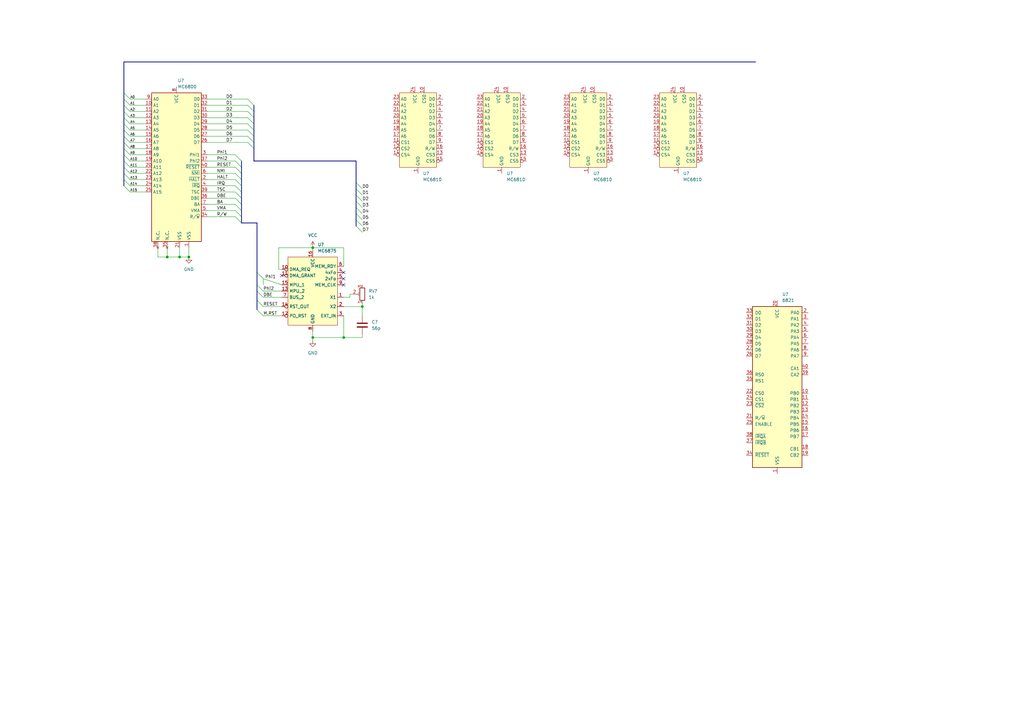
<source format=kicad_sch>
(kicad_sch (version 20211123) (generator eeschema)
  (paper "A3")
  (title_block (title "MEK6800D2 Kit") (date "2022-10-19") (rev "0.1") (company "CrazyElectron"))
  (lib_symbols
    (symbol "Device:C" (pin_numbers hide) (pin_names (offset 0.254))
      (property "Reference" "C" (at 0.635 2.54 0))
      (property "Value" "C" (at 0.635 -2.54 0))
      (symbol "C_0_1"
        (polyline (pts (xy -2.032 -0.762) (xy 2.032 -0.762)) (stroke (width 0.508)))
        (polyline (pts (xy -2.032 0.762) (xy 2.032 0.762)) (stroke (width 0.508)))
      )
      (symbol "C_1_1"
        (pin passive line (at 0 3.81 270) (length 2.794) (name "~") (number "1"))
        (pin passive line (at 0 -3.81 90) (length 2.794) (name "~") (number "2"))
      )
    )
    (symbol "Device:R_Potentiometer_Trim" (pin_names (offset 1.016) hide)
      (property "Reference" "RV" (at -4.445 0 90))
      (property "Value" "R_Potentiometer_Trim" (at -2.54 0 90))
      (symbol "R_Potentiometer_Trim_0_1"
        (polyline (pts (xy 1.524 0.762) (xy 1.524 -0.762)))
        (polyline (pts (xy 2.54 0) (xy 1.524 0)))
        (rectangle (start 1.016 2.54) (end -1.016 -2.54) (stroke (width 0.254)))
      )
      (symbol "R_Potentiometer_Trim_1_1"
        (pin passive line (at 0 3.81 270) (length 1.27) (name "1") (number "1"))
        (pin passive line (at 3.81 0 180) (length 1.27) (name "2") (number "2"))
        (pin passive line (at 0 -3.81 90) (length 1.27) (name "3") (number "3"))
      )
    )
    (symbol "Interface:6821" (pin_names (offset 1.016))
      (property "Reference" "U" (at -7.62 34.29 0))
      (property "Value" "6821" (at 10.16 34.29 0))
      (symbol "6821_0_1"
        (rectangle (start -10.16 -33.02) (end 10.16 33.02) (stroke (width 0.254)) (fill (type background)))
      )
      (symbol "6821_1_1"
        (pin power_in line (at 0 -35.56 90) (length 2.54) (name "VSS") (number "1"))
        (pin bidirectional line (at 12.7 -2.54 180) (length 2.54) (name "PB0") (number "10"))
        (pin bidirectional line (at 12.7 -5.08 180) (length 2.54) (name "PB1") (number "11"))
        (pin bidirectional line (at 12.7 -7.62 180) (length 2.54) (name "PB2") (number "12"))
        (pin bidirectional line (at 12.7 -10.16 180) (length 2.54) (name "PB3") (number "13"))
        (pin bidirectional line (at 12.7 -12.7 180) (length 2.54) (name "PB4") (number "14"))
        (pin bidirectional line (at 12.7 -15.24 180) (length 2.54) (name "PB5") (number "15"))
        (pin bidirectional line (at 12.7 -17.78 180) (length 2.54) (name "PB6") (number "16"))
        (pin bidirectional line (at 12.7 -20.32 180) (length 2.54) (name "PB7") (number "17"))
        (pin input line (at 12.7 -25.4 180) (length 2.54) (name "CB1") (number "18"))
        (pin bidirectional line (at 12.7 -27.94 180) (length 2.54) (name "CB2") (number "19"))
        (pin bidirectional line (at 12.7 30.48 180) (length 2.54) (name "PA0") (number "2"))
        (pin power_in line (at 0 35.56 270) (length 2.54) (name "VCC") (number "20"))
        (pin input line (at -12.7 -12.7 0) (length 2.54) (name "R/~{W}") (number "21"))
        (pin input line (at -12.7 -2.54 0) (length 2.54) (name "CS0") (number "22"))
        (pin input line (at -12.7 -7.62 0) (length 2.54) (name "~{CS2}") (number "23"))
        (pin input line (at -12.7 -5.08 0) (length 2.54) (name "CS1") (number "24"))
        (pin input line (at -12.7 -15.24 0) (length 2.54) (name "ENABLE") (number "25"))
        (pin bidirectional line (at -12.7 12.7 0) (length 2.54) (name "D7") (number "26"))
        (pin bidirectional line (at -12.7 15.24 0) (length 2.54) (name "D6") (number "27"))
        (pin bidirectional line (at -12.7 17.78 0) (length 2.54) (name "D5") (number "28"))
        (pin bidirectional line (at -12.7 20.32 0) (length 2.54) (name "D4") (number "29"))
        (pin bidirectional line (at 12.7 27.94 180) (length 2.54) (name "PA1") (number "3"))
        (pin bidirectional line (at -12.7 22.86 0) (length 2.54) (name "D3") (number "30"))
        (pin bidirectional line (at -12.7 25.4 0) (length 2.54) (name "D2") (number "31"))
        (pin bidirectional line (at -12.7 27.94 0) (length 2.54) (name "D1") (number "32"))
        (pin bidirectional line (at -12.7 30.48 0) (length 2.54) (name "D0") (number "33"))
        (pin input line (at -12.7 -27.94 0) (length 2.54) (name "~{RESET}") (number "34"))
        (pin input line (at -12.7 2.54 0) (length 2.54) (name "RS1") (number "35"))
        (pin input line (at -12.7 5.08 0) (length 2.54) (name "RS0") (number "36"))
        (pin open_collector line (at -12.7 -22.86 0) (length 2.54) (name "~{IRQB}") (number "37"))
        (pin open_collector line (at -12.7 -20.32 0) (length 2.54) (name "~{IRQA}") (number "38"))
        (pin bidirectional line (at 12.7 5.08 180) (length 2.54) (name "CA2") (number "39"))
        (pin bidirectional line (at 12.7 25.4 180) (length 2.54) (name "PA2") (number "4"))
        (pin input line (at 12.7 7.62 180) (length 2.54) (name "CA1") (number "40"))
        (pin bidirectional line (at 12.7 22.86 180) (length 2.54) (name "PA3") (number "5"))
        (pin bidirectional line (at 12.7 20.32 180) (length 2.54) (name "PA4") (number "6"))
        (pin bidirectional line (at 12.7 17.78 180) (length 2.54) (name "PA5") (number "7"))
        (pin bidirectional line (at 12.7 15.24 180) (length 2.54) (name "PA6") (number "8"))
        (pin bidirectional line (at 12.7 12.7 180) (length 2.54) (name "PA7") (number "9"))
      )
    )
    (symbol "MC6875_1"
      (property "Reference" "U" (at -7.62 2.54 0))
      (property "Value" "MC6875_1" (at 6.35 -29.21 0))
      (symbol "MC6875_1_0_1"
        (polyline (pts (xy -10.16 0) (xy 10.16 0) (xy 10.16 -27.94) (xy -10.16 -27.94) (xy -10.16 0)) (fill (type background)))
      )
      (symbol "MC6875_1_1_1"
        (pin output line (at 12.7 -16.51 180) (length 2.54) (name "X1") (number "1"))
        (pin input inverted (at -12.7 -5.08 0) (length 2.54) (name "DMA_REQ") (number "10"))
        (pin output inverted (at -12.7 -7.62 0) (length 2.54) (name "DMA_GRANT") (number "11"))
        (pin output inverted (at -12.7 -24.13 0) (length 2.54) (name "PO_RST") (number "12"))
        (pin output line (at -12.7 -13.97 0) (length 2.54) (name "MPU_2") (number "13"))
        (pin output inverted (at -12.7 -20.32 0) (length 2.54) (name "RST_OUT") (number "14"))
        (pin output line (at -12.7 -11.43 0) (length 2.54) (name "MPU_1") (number "15"))
        (pin power_in line (at 0 2.54 270) (length 2.54) (name "VCC") (number "16"))
        (pin input line (at 12.7 -20.32 180) (length 2.54) (name "X2") (number "2"))
        (pin input line (at 12.7 -24.13 180) (length 2.54) (name "EXT_IN") (number "3"))
        (pin output line (at 12.7 -6.35 180) (length 2.54) (name "4xFo") (number "4"))
        (pin output line (at 12.7 -8.89 180) (length 2.54) (name "2xFo") (number "5"))
        (pin output line (at 12.7 -3.81 180) (length 2.54) (name "MEM_RDY") (number "6"))
        (pin output line (at -12.7 -16.51 0) (length 2.54) (name "BUS_2") (number "7"))
        (pin power_in line (at 0 -30.48 90) (length 2.54) (name "GND") (number "8"))
        (pin output line (at 12.7 -11.43 180) (length 2.54) (name "MEM_CLK") (number "9"))
      )
    )
    (symbol "User_Symbols_Library:MC6800"
      (property "Reference" "U" (at -8.89 34.29 0))
      (property "Value" "MC6800" (at 10.16 34.29 0))
      (symbol "MC6800_0_1"
        (rectangle (start -10.16 33.02) (end 10.16 -27.94) (stroke (width 0.254)) (fill (type background)))
      )
      (symbol "MC6800_1_1"
        (pin power_in line (at -5.08 -30.48 90) (length 2.54) (name "VSS") (number "1"))
        (pin output line (at 12.7 27.94 180) (length 2.54) (name "A1") (number "10"))
        (pin output line (at 12.7 25.4 180) (length 2.54) (name "A2") (number "11"))
        (pin output line (at 12.7 22.86 180) (length 2.54) (name "A3") (number "12"))
        (pin output line (at 12.7 20.32 180) (length 2.54) (name "A4") (number "13"))
        (pin output line (at 12.7 17.78 180) (length 2.54) (name "A5") (number "14"))
        (pin output line (at 12.7 15.24 180) (length 2.54) (name "A6") (number "15"))
        (pin output line (at 12.7 12.7 180) (length 2.54) (name "A7") (number "16"))
        (pin output line (at 12.7 10.16 180) (length 2.54) (name "A8") (number "17"))
        (pin output line (at 12.7 7.62 180) (length 2.54) (name "A9") (number "18"))
        (pin output line (at 12.7 5.08 180) (length 2.54) (name "A10") (number "19"))
        (pin input line (at -12.7 -2.54 0) (length 2.54) (name "~{HALT}") (number "2"))
        (pin output line (at 12.7 2.54 180) (length 2.54) (name "A11") (number "20"))
        (pin power_in line (at -1.27 -30.48 90) (length 2.54) (name "VSS") (number "21"))
        (pin output line (at 12.7 0 180) (length 2.54) (name "A12") (number "22"))
        (pin output line (at 12.7 -2.54 180) (length 2.54) (name "A13") (number "23"))
        (pin output line (at 12.7 -5.08 180) (length 2.54) (name "A14") (number "24"))
        (pin output line (at 12.7 -7.62 180) (length 2.54) (name "A15") (number "25"))
        (pin bidirectional line (at -12.7 12.7 0) (length 2.54) (name "D7") (number "26"))
        (pin bidirectional line (at -12.7 15.24 0) (length 2.54) (name "D6") (number "27"))
        (pin bidirectional line (at -12.7 17.78 0) (length 2.54) (name "D5") (number "28"))
        (pin bidirectional line (at -12.7 20.32 0) (length 2.54) (name "D4") (number "29"))
        (pin input line (at -12.7 7.62 0) (length 2.54) (name "Phi1") (number "3"))
        (pin bidirectional line (at -12.7 22.86 0) (length 2.54) (name "D3") (number "30"))
        (pin bidirectional line (at -12.7 25.4 0) (length 2.54) (name "D2") (number "31"))
        (pin bidirectional line (at -12.7 27.94 0) (length 2.54) (name "D1") (number "32"))
        (pin bidirectional line (at -12.7 30.48 0) (length 2.54) (name "D0") (number "33"))
        (pin output line (at -12.7 -17.78 0) (length 2.54) (name "R/~{W}") (number "34"))
        (pin no_connect line (at 3.81 -30.48 90) (length 2.54) (name "N.C.") (number "35"))
        (pin input line (at -12.7 -10.16 0) (length 2.54) (name "DBE") (number "36"))
        (pin input line (at -12.7 5.08 0) (length 2.54) (name "Phi2") (number "37"))
        (pin no_connect line (at 7.62 -30.48 90) (length 2.54) (name "N.C.") (number "38"))
        (pin input line (at -12.7 -7.62 0) (length 2.54) (name "TSC") (number "39"))
        (pin input line (at -12.7 -5.08 0) (length 2.54) (name "~{IRQ}") (number "4"))
        (pin input line (at -12.7 2.54 0) (length 2.54) (name "~{RESET}") (number "40"))
        (pin output line (at -12.7 -15.24 0) (length 2.54) (name "VMA") (number "5"))
        (pin input line (at -12.7 0 0) (length 2.54) (name "~{NMI}") (number "6"))
        (pin output line (at -12.7 -12.7 0) (length 2.54) (name "BA") (number "7"))
        (pin power_in line (at 0 35.56 270) (length 2.54) (name "VCC") (number "8"))
        (pin output line (at 12.7 30.48 180) (length 2.54) (name "A0") (number "9"))
      )
    )
    (symbol "User_Symbols_Library:MC6810"
      (property "Reference" "U" (at -2.54 -8.89 0))
      (property "Value" "MC6810" (at -2.54 -12.7 0))
      (symbol "MC6810_0_1"
        (polyline (pts (xy -10.16 0) (xy 5.08 0) (xy 5.08 -30.48) (xy -10.16 -30.48) (xy -10.16 0)) (fill (type background)))
      )
      (symbol "MC6810_1_1"
        (pin power_in line (at -2.54 -33.02 90) (length 2.54) (name "GND") (number "1"))
        (pin input line (at 0 2.54 270) (length 2.54) (name "CS0") (number "10"))
        (pin input inverted (at -12.7 -20.32 0) (length 2.54) (name "CS1") (number "11"))
        (pin input inverted (at -12.7 -22.86 0) (length 2.54) (name "CS2") (number "12"))
        (pin input line (at 7.62 -25.4 180) (length 2.54) (name "CS3") (number "13"))
        (pin input inverted (at -12.7 -25.4 0) (length 2.54) (name "CS4") (number "14"))
        (pin input inverted (at 7.62 -27.94 180) (length 2.54) (name "CS5") (number "15"))
        (pin input line (at 7.62 -22.86 180) (length 2.54) (name "R/W") (number "16"))
        (pin input line (at -12.7 -17.78 0) (length 2.54) (name "A6") (number "17"))
        (pin input line (at -12.7 -15.24 0) (length 2.54) (name "A5") (number "18"))
        (pin input line (at -12.7 -12.7 0) (length 2.54) (name "A4") (number "19"))
        (pin bidirectional line (at 7.62 -2.54 180) (length 2.54) (name "D0") (number "2"))
        (pin input line (at -12.7 -10.16 0) (length 2.54) (name "A3") (number "20"))
        (pin input line (at -12.7 -7.62 0) (length 2.54) (name "A2") (number "21"))
        (pin input line (at -12.7 -5.08 0) (length 2.54) (name "A1") (number "22"))
        (pin input line (at -12.7 -2.54 0) (length 2.54) (name "A0") (number "23"))
        (pin power_in line (at -3.81 2.54 270) (length 2.54) (name "VCC") (number "24"))
        (pin bidirectional line (at 7.62 -5.08 180) (length 2.54) (name "D1") (number "3"))
        (pin bidirectional line (at 7.62 -7.62 180) (length 2.54) (name "D2") (number "4"))
        (pin bidirectional line (at 7.62 -10.16 180) (length 2.54) (name "D3") (number "5"))
        (pin bidirectional line (at 7.62 -12.7 180) (length 2.54) (name "D4") (number "6"))
        (pin bidirectional line (at 7.62 -15.24 180) (length 2.54) (name "D5") (number "7"))
        (pin bidirectional line (at 7.62 -17.78 180) (length 2.54) (name "D6") (number "8"))
        (pin bidirectional line (at 7.62 -20.32 180) (length 2.54) (name "D7") (number "9"))
      )
    )
    (symbol "power:GND" (power) (pin_names (offset 0))
      (property "Value" "GND" (at 0 -3.81 0))
      (symbol "GND_0_1"
        (polyline (pts (xy 0 0) (xy 0 -1.27) (xy 1.27 -1.27) (xy 0 -2.54) (xy -1.27 -1.27) (xy 0 -1.27)))
      )
      (symbol "GND_1_1"
        (pin power_in line (at 0 0 270) (length 0) hide (name "GND") (number "1"))
      )
    )
    (symbol "power:VCC" (power) (pin_names (offset 0))
      (property "Value" "VCC" (at 0 3.81 0))
      (symbol "VCC_0_1"
        (polyline (pts (xy -0.762 1.27) (xy 0 2.54)))
        (polyline (pts (xy 0 0) (xy 0 2.54)))
        (polyline (pts (xy 0 2.54) (xy 0.762 1.27)))
      )
      (symbol "VCC_1_1"
        (pin power_in line (at 0 0 90) (length 0) hide (name "VCC") (number "1"))
      )
    )
  )
  (junction (at 73.66 105.41))
  (junction (at 140.97 138.43))
  (junction (at 68.58 105.41))
  (junction (at 128.27 138.43))
  (junction (at 128.27 101.6))
  (junction (at 77.47 105.41))
  (junction (at 148.59 125.73))
  (no_connect (at 140.97 116.84))
  (no_connect (at 140.97 111.76))
  (no_connect (at 140.97 114.3))
  (no_connect (at 115.57 113.03))
  (bus_entry (at 105.41 127) (size 2.54 2.54))
  (bus_entry (at 105.41 123.19) (size 2.54 2.54))
  (bus_entry (at 105.41 119.38) (size 2.54 2.54))
  (bus_entry (at 105.41 111.76) (size 2.54 2.54))
  (bus_entry (at 105.41 116.84) (size 2.54 2.54))
  (bus_entry (at 96.52 88.9) (size 2.54 2.54))
  (bus_entry (at 146.05 90.17) (size 2.54 2.54))
  (bus_entry (at 146.05 87.63) (size 2.54 2.54))
  (bus_entry (at 146.05 80.01) (size 2.54 2.54))
  (bus_entry (at 146.05 82.55) (size 2.54 2.54))
  (bus_entry (at 146.05 74.93) (size 2.54 2.54))
  (bus_entry (at 146.05 77.47) (size 2.54 2.54))
  (bus_entry (at 146.05 85.09) (size 2.54 2.54))
  (bus_entry (at 146.05 92.71) (size 2.54 2.54))
  (bus_entry (at 96.52 63.5) (size 2.54 2.54))
  (bus_entry (at 96.52 86.36) (size 2.54 2.54))
  (bus_entry (at 96.52 83.82) (size 2.54 2.54))
  (bus_entry (at 96.52 76.2) (size 2.54 2.54))
  (bus_entry (at 96.52 73.66) (size 2.54 2.54))
  (bus_entry (at 96.52 78.74) (size 2.54 2.54))
  (bus_entry (at 96.52 81.28) (size 2.54 2.54))
  (bus_entry (at 96.52 66.04) (size 2.54 2.54))
  (bus_entry (at 96.52 71.12) (size 2.54 2.54))
  (bus_entry (at 96.52 68.58) (size 2.54 2.54))
  (bus_entry (at 101.6 50.8) (size 2.54 2.54))
  (bus_entry (at 101.6 48.26) (size 2.54 2.54))
  (bus_entry (at 101.6 53.34) (size 2.54 2.54))
  (bus_entry (at 101.6 43.18) (size 2.54 2.54))
  (bus_entry (at 101.6 40.64) (size 2.54 2.54))
  (bus_entry (at 101.6 45.72) (size 2.54 2.54))
  (bus_entry (at 101.6 55.88) (size 2.54 2.54))
  (bus_entry (at 101.6 58.42) (size 2.54 2.54))
  (bus_entry (at 50.8 71.12) (size 2.54 2.54))
  (bus_entry (at 50.8 68.58) (size 2.54 2.54))
  (bus_entry (at 50.8 66.04) (size 2.54 2.54))
  (bus_entry (at 50.8 63.5) (size 2.54 2.54))
  (bus_entry (at 50.8 60.96) (size 2.54 2.54))
  (bus_entry (at 50.8 58.42) (size 2.54 2.54))
  (bus_entry (at 50.8 76.2) (size 2.54 2.54))
  (bus_entry (at 50.8 73.66) (size 2.54 2.54))
  (bus_entry (at 50.8 55.88) (size 2.54 2.54))
  (bus_entry (at 50.8 53.34) (size 2.54 2.54))
  (bus_entry (at 50.8 50.8) (size 2.54 2.54))
  (bus_entry (at 50.8 48.26) (size 2.54 2.54))
  (bus_entry (at 50.8 45.72) (size 2.54 2.54))
  (bus_entry (at 50.8 38.1) (size 2.54 2.54))
  (bus_entry (at 50.8 43.18) (size 2.54 2.54))
  (bus_entry (at 50.8 40.64) (size 2.54 2.54))
  (wire (pts (xy 53.34 40.64) (xy 59.69 40.64)))
  (wire (pts (xy 148.59 124.46) (xy 148.59 125.73)))
  (wire (pts (xy 140.97 138.43) (xy 148.59 138.43)))
  (wire (pts (xy 107.95 129.54) (xy 115.57 129.54)))
  (bus (pts (xy 50.8 55.88) (xy 50.8 58.42)))
  (wire (pts (xy 148.59 137.16) (xy 148.59 138.43)))
  (wire (pts (xy 85.09 48.26) (xy 101.6 48.26)))
  (wire (pts (xy 68.58 105.41) (xy 73.66 105.41)))
  (wire (pts (xy 73.66 105.41) (xy 77.47 105.41)))
  (wire (pts (xy 107.95 119.38) (xy 115.57 119.38)))
  (bus (pts (xy 50.8 66.04) (xy 50.8 68.58)))
  (wire (pts (xy 53.34 53.34) (xy 59.69 53.34)))
  (wire (pts (xy 85.09 53.34) (xy 101.6 53.34)))
  (wire (pts (xy 107.95 121.92) (xy 115.57 121.92)))
  (bus (pts (xy 146.05 90.17) (xy 146.05 92.71)))
  (bus (pts (xy 146.05 74.93) (xy 146.05 77.47)))
  (wire (pts (xy 148.59 125.73) (xy 148.59 129.54)))
  (bus (pts (xy 50.8 60.96) (xy 50.8 63.5)))
  (wire (pts (xy 140.97 125.73) (xy 148.59 125.73)))
  (bus (pts (xy 99.06 68.58) (xy 99.06 71.12)))
  (wire (pts (xy 128.27 138.43) (xy 128.27 139.7)))
  (wire (pts (xy 85.09 43.18) (xy 101.6 43.18)))
  (bus (pts (xy 50.8 63.5) (xy 50.8 66.04)))
  (bus (pts (xy 50.8 40.64) (xy 50.8 43.18)))
  (bus (pts (xy 99.06 73.66) (xy 99.06 76.2)))
  (wire (pts (xy 85.09 86.36) (xy 96.52 86.36)))
  (wire (pts (xy 53.34 55.88) (xy 59.69 55.88)))
  (bus (pts (xy 50.8 45.72) (xy 50.8 48.26)))
  (bus (pts (xy 50.8 50.8) (xy 50.8 53.34)))
  (wire (pts (xy 85.09 83.82) (xy 96.52 83.82)))
  (wire (pts (xy 53.34 78.74) (xy 59.69 78.74)))
  (wire (pts (xy 128.27 138.43) (xy 140.97 138.43)))
  (bus (pts (xy 50.8 71.12) (xy 50.8 73.66)))
  (wire (pts (xy 85.09 45.72) (xy 101.6 45.72)))
  (bus (pts (xy 105.41 119.38) (xy 105.41 123.19)))
  (bus (pts (xy 104.14 55.88) (xy 104.14 58.42)))
  (wire (pts (xy 114.3 110.49) (xy 115.57 110.49)))
  (wire (pts (xy 64.77 105.41) (xy 68.58 105.41)))
  (bus (pts (xy 99.06 91.44) (xy 105.41 91.44)))
  (wire (pts (xy 85.09 55.88) (xy 101.6 55.88)))
  (wire (pts (xy 85.09 50.8) (xy 101.6 50.8)))
  (wire (pts (xy 53.34 58.42) (xy 59.69 58.42)))
  (wire (pts (xy 53.34 68.58) (xy 59.69 68.58)))
  (wire (pts (xy 85.09 71.12) (xy 96.52 71.12)))
  (wire (pts (xy 53.34 66.04) (xy 59.69 66.04)))
  (bus (pts (xy 50.8 58.42) (xy 50.8 60.96)))
  (wire (pts (xy 107.95 114.3) (xy 115.57 116.84)))
  (wire (pts (xy 140.97 109.22) (xy 140.97 101.6)))
  (bus (pts (xy 146.05 85.09) (xy 146.05 87.63)))
  (bus (pts (xy 104.14 66.04) (xy 146.05 66.04)))
  (bus (pts (xy 99.06 86.36) (xy 99.06 88.9)))
  (wire (pts (xy 53.34 60.96) (xy 59.69 60.96)))
  (bus (pts (xy 99.06 71.12) (xy 99.06 73.66)))
  (wire (pts (xy 85.09 58.42) (xy 101.6 58.42)))
  (wire (pts (xy 85.09 78.74) (xy 96.52 78.74)))
  (wire (pts (xy 53.34 45.72) (xy 59.69 45.72)))
  (bus (pts (xy 99.06 78.74) (xy 99.06 81.28)))
  (wire (pts (xy 107.95 125.73) (xy 115.57 125.73)))
  (bus (pts (xy 104.14 45.72) (xy 104.14 48.26)))
  (wire (pts (xy 114.3 101.6) (xy 114.3 110.49)))
  (wire (pts (xy 140.97 129.54) (xy 140.97 138.43)))
  (wire (pts (xy 143.51 120.65) (xy 144.78 120.65)))
  (bus (pts (xy 146.05 87.63) (xy 146.05 90.17)))
  (bus (pts (xy 50.8 43.18) (xy 50.8 45.72)))
  (wire (pts (xy 143.51 121.92) (xy 143.51 120.65)))
  (bus (pts (xy 104.14 58.42) (xy 104.14 60.96)))
  (wire (pts (xy 85.09 66.04) (xy 96.52 66.04)))
  (bus (pts (xy 50.8 68.58) (xy 50.8 71.12)))
  (wire (pts (xy 85.09 73.66) (xy 96.52 73.66)))
  (bus (pts (xy 105.41 111.76) (xy 105.41 116.84)))
  (wire (pts (xy 77.47 101.6) (xy 77.47 105.41)))
  (bus (pts (xy 105.41 116.84) (xy 105.41 119.38)))
  (wire (pts (xy 64.77 101.6) (xy 64.77 105.41)))
  (bus (pts (xy 146.05 82.55) (xy 146.05 85.09)))
  (bus (pts (xy 104.14 50.8) (xy 104.14 53.34)))
  (bus (pts (xy 146.05 66.04) (xy 146.05 74.93)))
  (wire (pts (xy 53.34 43.18) (xy 59.69 43.18)))
  (wire (pts (xy 128.27 135.89) (xy 128.27 138.43)))
  (bus (pts (xy 146.05 77.47) (xy 146.05 80.01)))
  (wire (pts (xy 68.58 101.6) (xy 68.58 105.41)))
  (bus (pts (xy 105.41 91.44) (xy 105.41 111.76)))
  (wire (pts (xy 53.34 63.5) (xy 59.69 63.5)))
  (bus (pts (xy 50.8 73.66) (xy 50.8 76.2)))
  (wire (pts (xy 107.95 114.3) (xy 107.95 116.84)))
  (bus (pts (xy 50.8 25.4) (xy 50.8 38.1)))
  (wire (pts (xy 140.97 101.6) (xy 128.27 101.6)))
  (bus (pts (xy 99.06 76.2) (xy 99.06 78.74)))
  (wire (pts (xy 53.34 76.2) (xy 59.69 76.2)))
  (bus (pts (xy 99.06 88.9) (xy 99.06 91.44)))
  (bus (pts (xy 99.06 83.82) (xy 99.06 86.36)))
  (wire (pts (xy 128.27 101.6) (xy 114.3 101.6)))
  (wire (pts (xy 53.34 71.12) (xy 59.69 71.12)))
  (bus (pts (xy 50.8 38.1) (xy 50.8 40.64)))
  (bus (pts (xy 50.8 48.26) (xy 50.8 50.8)))
  (wire (pts (xy 85.09 63.5) (xy 96.52 63.5)))
  (bus (pts (xy 50.8 53.34) (xy 50.8 55.88)))
  (bus (pts (xy 104.14 48.26) (xy 104.14 50.8)))
  (wire (pts (xy 85.09 76.2) (xy 96.52 76.2)))
  (wire (pts (xy 53.34 50.8) (xy 59.69 50.8)))
  (wire (pts (xy 128.27 101.6) (xy 128.27 102.87)))
  (wire (pts (xy 85.09 40.64) (xy 101.6 40.64)))
  (wire (pts (xy 85.09 81.28) (xy 96.52 81.28)))
  (wire (pts (xy 85.09 88.9) (xy 96.52 88.9)))
  (wire (pts (xy 53.34 48.26) (xy 59.69 48.26)))
  (bus (pts (xy 104.14 60.96) (xy 104.14 66.04)))
  (wire (pts (xy 73.66 101.6) (xy 73.66 105.41)))
  (bus (pts (xy 146.05 80.01) (xy 146.05 82.55)))
  (bus (pts (xy 309.88 25.4) (xy 50.8 25.4)))
  (wire (pts (xy 85.09 68.58) (xy 96.52 68.58)))
  (wire (pts (xy 140.97 121.92) (xy 143.51 121.92)))
  (bus (pts (xy 99.06 81.28) (xy 99.06 83.82)))
  (bus (pts (xy 104.14 53.34) (xy 104.14 55.88)))
  (bus (pts (xy 104.14 43.18) (xy 104.14 45.72)))
  (wire (pts (xy 53.34 73.66) (xy 59.69 73.66)))
  (bus (pts (xy 105.41 123.19) (xy 105.41 127)))
  (bus (pts (xy 99.06 66.04) (xy 99.06 68.58)))
  (label "R{slash}W" (at 88.9 88.9 0))
  (label "A7" (at 53.34 58.42 0) (effects (font (size 1.016 1.016))))
  (label "BA" (at 88.9 83.82 0))
  (label "A4" (at 53.34 50.8 0) (effects (font (size 1.016 1.016))))
  (label "A13" (at 53.34 73.66 0) (effects (font (size 1.016 1.016))))
  (label "M.RST" (at 107.95 129.54 0))
  (label "RESET" (at 88.9 68.58 0))
  (label "A2" (at 53.34 45.72 0) (effects (font (size 1.016 1.016))))
  (label "IRQ" (at 88.9 76.2 0))
  (label "A0" (at 53.34 40.64 0) (effects (font (size 1.016 1.016))))
  (label "D3" (at 92.71 48.26 0))
  (label "D1" (at 92.71 43.18 0))
  (label "D7" (at 92.71 58.42 0))
  (label "D6" (at 92.71 55.88 0))
  (label "D4" (at 92.71 50.8 0))
  (label "HALT" (at 88.9 73.66 0))
  (label "D4" (at 148.59 87.63 0))
  (label "A1" (at 53.34 43.18 0) (effects (font (size 1.016 1.016))))
  (label "D5" (at 148.59 90.17 0))
  (label "A6" (at 53.34 55.88 0) (effects (font (size 1.016 1.016))))
  (label "A9" (at 53.34 63.5 0) (effects (font (size 1.016 1.016))))
  (label "NMI" (at 88.9 71.12 0))
  (label "A5" (at 53.34 53.34 0) (effects (font (size 1.016 1.016))))
  (label "RESET" (at 107.95 125.73 0))
  (label "A11" (at 53.34 68.58 0) (effects (font (size 1.016 1.016))))
  (label "TSC" (at 88.9 78.74 0))
  (label "Phi1" (at 88.9 63.5 0))
  (label "A3" (at 53.34 48.26 0) (effects (font (size 1.016 1.016))))
  (label "Phi2" (at 107.95 119.38 0))
  (label "VMA" (at 88.9 86.36 0))
  (label "A15" (at 53.34 78.74 0) (effects (font (size 1.016 1.016))))
  (label "DBE" (at 107.95 121.92 0))
  (label "A14" (at 53.34 76.2 0) (effects (font (size 1.016 1.016))))
  (label "D1" (at 148.59 80.01 0))
  (label "D6" (at 148.59 92.71 0))
  (label "D7" (at 148.59 95.25 0))
  (label "D0" (at 148.59 77.47 0))
  (label "DBE" (at 88.9 81.28 0))
  (label "Phi2" (at 88.9 66.04 0))
  (label "D0" (at 92.71 40.64 0))
  (label "A10" (at 53.34 66.04 0) (effects (font (size 1.016 1.016))))
  (label "D2" (at 148.59 82.55 0))
  (label "A12" (at 53.34 71.12 0) (effects (font (size 1.016 1.016))))
  (label "D2" (at 92.71 45.72 0))
  (label "D5" (at 92.71 53.34 0))
  (label "D3" (at 148.59 85.09 0))
  (label "Phi1" (at 108.712 114.554 0))
  (label "A8" (at 53.34 60.96 0) (effects (font (size 1.016 1.016))))
  (symbol (lib_id "User_Symbols_Library:MC6800") (at 72.39 71.12 0) (mirror y) (unit 1)
    (property "Reference" "U?" (at 72.9106 33.02 0) (effects (justify right)))
    (property "Value" "MC6800" (at 72.9106 35.56 0) (effects (justify right)))
    (property "Footprint" "Package_DIP:DIP-40_W15.24mm" (effects hide))
    (property "Datasheet" "http://pdf.datasheetcatalog.com/datasheet/motorola/MC68A00L.pdf" (effects hide))
  )
  (symbol (lib_id "Device:C") (at 148.59 133.35 0) (unit 1)
    (property "Reference" "C?" (at 152.4 132.0799 0) (effects (justify left)))
    (property "Value" "56p" (at 152.4 134.6199 0) (effects (justify left)))
  )
  (symbol (lib_id "power:GND") (at 128.27 139.7 0) (unit 1)
    (property "Reference" "#PWR?" (effects hide))
    (property "Value" "GND" (at 128.27 144.78 0))
  )
  (symbol (lib_id "power:GND") (at 77.47 105.41 0) (unit 1)
    (property "Reference" "#PWR?" (effects hide))
    (property "Value" "GND" (at 77.47 110.49 0))
  )
  (symbol (lib_id "Device:R_Potentiometer_Trim") (at 148.59 120.65 180) (unit 1)
    (property "Reference" "RV?" (at 151.13 119.3799 0) (effects (justify right)))
    (property "Value" "1k" (at 151.13 121.9199 0) (effects (justify right)))
  )
  (symbol (lib_id "User_Symbols_Library:MC6810") (at 208.28 38.1 0) (unit 1)
    (property "Reference" "U?" (at 207.7594 71.12 0) (effects (justify left)))
    (property "Value" "MC6810" (at 207.7594 73.66 0) (effects (justify left)))
  )
  (symbol (lib_name "MC6875_1") (lib_id "User_Symbols_Library:MC6875") (at 128.27 105.41 0) (unit 1)
    (property "Reference" "U?" (at 130.2894 100.33 0) (effects (justify left)))
    (property "Value" "MC6875" (at 130.2894 102.87 0) (effects (justify left)))
  )
  (symbol (lib_id "power:VCC") (at 128.27 101.6 0) (unit 1)
    (property "Reference" "#PWR?" (effects hide))
    (property "Value" "VCC" (at 128.27 96.52 0))
  )
  (symbol (lib_id "User_Symbols_Library:MC6810") (at 280.67 38.1 0) (unit 1)
    (property "Reference" "U?" (at 280.1494 71.12 0) (effects (justify left)))
    (property "Value" "MC6810" (at 280.1494 73.66 0) (effects (justify left)))
  )
  (symbol (lib_id "User_Symbols_Library:MC6810") (at 173.99 38.1 0) (unit 1)
    (property "Reference" "U?" (at 173.4694 71.12 0) (effects (justify left)))
    (property "Value" "MC6810" (at 173.4694 73.66 0) (effects (justify left)))
  )
  (symbol (lib_id "Interface:6821") (at 318.77 158.75 0) (unit 1)
    (property "Reference" "U?" (at 320.7894 120.65 0) (effects (justify left)))
    (property "Value" "6821" (at 320.7894 123.19 0) (effects (justify left)))
    (property "Footprint" "Package_DIP:DIP-40_W15.24mm" (effects hide))
    (property "Datasheet" "http://pdf.datasheetcatalog.com/datasheet/motorola/6821.pdf" (effects hide))
  )
  (symbol (lib_id "User_Symbols_Library:MC6810") (at 243.84 38.1 0) (unit 1)
    (property "Reference" "U?" (at 243.3194 71.12 0) (effects (justify left)))
    (property "Value" "MC6810" (at 243.3194 73.66 0) (effects (justify left)))
  )
)
</source>
